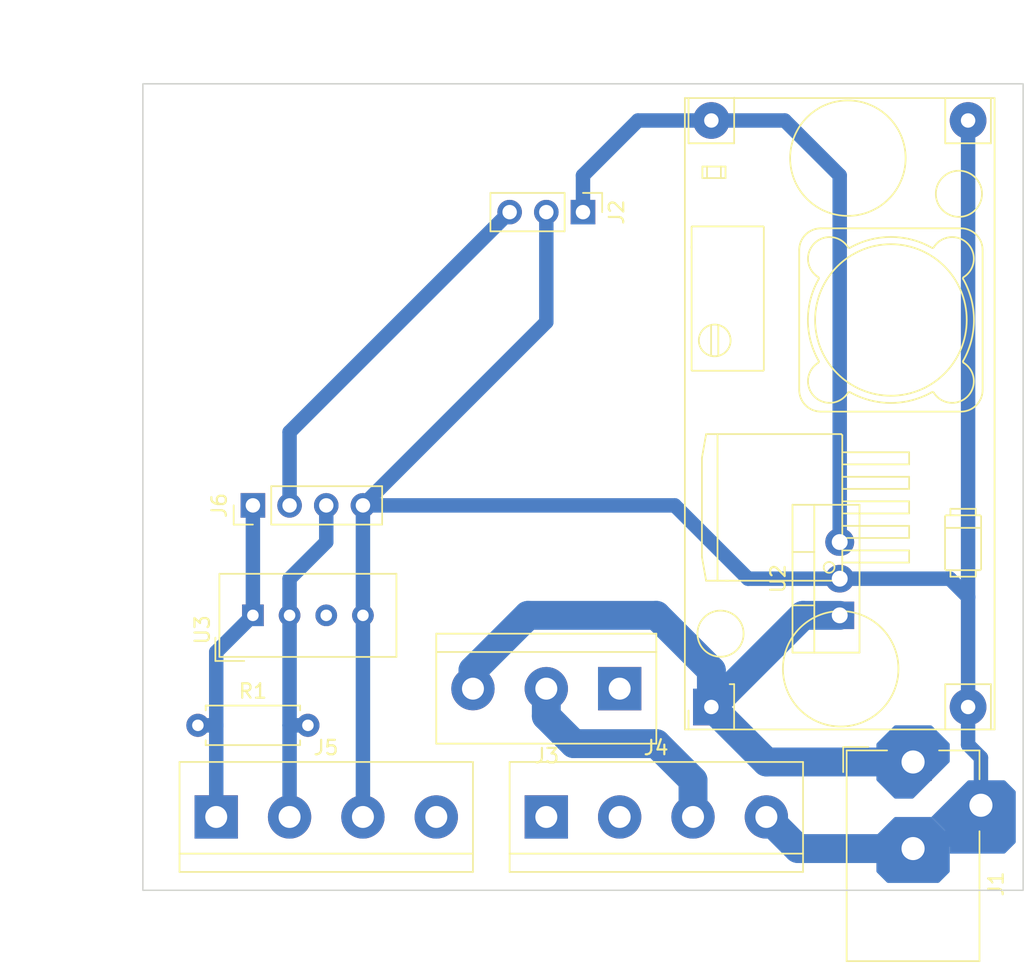
<source format=kicad_pcb>
(kicad_pcb (version 20211014) (generator pcbnew)
  (layers (0 "F.Cu" signal) (31 "B.Cu" signal) (34 "B.Paste" user) (35 "F.Paste" user) (36 "B.SilkS" user "B.Silkscreen") (37 "F.SilkS" user "F.Silkscreen") (38 "B.Mask" user) (39 "F.Mask" user) (44 "Edge.Cuts" user))
  (net 0 "")
  (net 2 "+12V")
  (net 3 "GND")
  (net 4 "+5V")
  (net 5 "/REL3")
  (net 6 "/NC")
  (net 7 "/COM")
  (net 8 "/REL1")
  (net 9 "/REL2")
  (net 10 "+3.3V")
  (net 11 "/SEN")
  (footprint "TerminalBlock:TerminalBlock_bornier-4_P5.08mm" (layer "F.Cu") (at 157.48 100.33)
    (fp_text reference "J4" (at 7.6 -4.8) (layer "F.SilkS"))
    (fp_text value "ACTIVADOR")
    (fp_line (start 17.78 2.54) (end -2.54 2.54) (layer "F.SilkS") (width 0.12))
    (fp_line (start -2.54 -3.81) (end 17.78 -3.81) (layer "F.SilkS") (width 0.12))
    (fp_line (start -2.54 -3.81) (end -2.54 3.81) (layer "F.SilkS") (width 0.12))
    (fp_line (start 17.78 3.81) (end 17.78 -3.81) (layer "F.SilkS") (width 0.12))
    (fp_line (start -2.54 3.81) (end 17.78 3.81) (layer "F.SilkS") (width 0.12))
    (pad "1" thru_hole rect (at 0 0) (size 3 3) (drill 1.52) (layers *.Cu *.Mask) (net 8 "/REL1"))
    (pad "2" thru_hole circle (at 5.08 0) (size 3 3) (drill 1.52) (layers *.Cu *.Mask) (net 9 "/REL2"))
    (pad "3" thru_hole circle (at 10.16 0) (size 3 3) (drill 1.52) (layers *.Cu *.Mask) (net 7 "/COM"))
    (pad "4" thru_hole circle (at 15.24 0) (size 3 3) (drill 1.52) (layers *.Cu *.Mask) (net 3 "GND"))
  )
  (footprint "Connector_PinHeader_2.54mm:PinHeader_1x04_P2.54mm_Vertical" (layer "F.Cu") (at 137.16 78.74 90)
    (fp_text reference "J6" (at 0 -2.33 90) (layer "F.SilkS"))
    (fp_text value "ESP")
    (fp_line (start -1.33 1.27) (end 1.33 1.27) (layer "F.SilkS") (width 0.12))
    (fp_line (start 1.33 1.27) (end 1.33 8.95) (layer "F.SilkS") (width 0.12))
    (fp_line (start -1.33 -1.33) (end 0 -1.33) (layer "F.SilkS") (width 0.12))
    (fp_line (start -1.33 1.27) (end -1.33 8.95) (layer "F.SilkS") (width 0.12))
    (fp_line (start -1.33 8.95) (end 1.33 8.95) (layer "F.SilkS") (width 0.12))
    (fp_line (start -1.33 0) (end -1.33 -1.33) (layer "F.SilkS") (width 0.12))
    (pad "1" thru_hole rect (at 0 0 90) (size 1.7 1.7) (drill 1) (layers *.Cu *.Mask) (net 10 "+3.3V"))
    (pad "2" thru_hole oval (at 0 2.54 90) (size 1.7 1.7) (drill 1) (layers *.Cu *.Mask) (net 5 "/REL3"))
    (pad "3" thru_hole oval (at 0 5.08 90) (size 1.7 1.7) (drill 1) (layers *.Cu *.Mask) (net 11 "/SEN"))
    (pad "4" thru_hole oval (at 0 7.62 90) (size 1.7 1.7) (drill 1) (layers *.Cu *.Mask) (net 3 "GND"))
  )
  (footprint "TerminalBlock:TerminalBlock_bornier-3_P5.08mm" (layer "F.Cu") (at 162.56 91.44 180)
    (fp_text reference "J3" (at 5.05 -4.65) (layer "F.SilkS"))
    (fp_text value "REL_OUT")
    (fp_line (start 12.7 3.81) (end 12.7 -3.81) (layer "F.SilkS") (width 0.12))
    (fp_line (start -2.54 -3.81) (end 12.7 -3.81) (layer "F.SilkS") (width 0.12))
    (fp_line (start -2.54 3.81) (end 12.7 3.81) (layer "F.SilkS") (width 0.12))
    (fp_line (start -2.54 2.54) (end 12.7 2.54) (layer "F.SilkS") (width 0.12))
    (fp_line (start -2.54 3.81) (end -2.54 -3.81) (layer "F.SilkS") (width 0.12))
    (pad "1" thru_hole rect (at 0 0 180) (size 3 3) (drill 1.52) (layers *.Cu *.Mask) (net 6 "/NC"))
    (pad "2" thru_hole circle (at 5.08 0 180) (size 3 3) (drill 1.52) (layers *.Cu *.Mask) (net 7 "/COM"))
    (pad "3" thru_hole circle (at 10.16 0 180) (size 3 3) (drill 1.52) (layers *.Cu *.Mask) (net 2 "+12V"))
  )
  (footprint "Sensor:Aosong_DHT11_5.5x12.0_P2.54mm" (layer "F.Cu") (at 137.16 86.36 90)
    (fp_text reference "U3" (at -1 -3.5 90) (layer "F.SilkS"))
    (fp_text value "DHT11")
    (fp_line (start -2.88 9.94) (end -2.88 -2.31) (layer "F.SilkS") (width 0.12))
    (fp_line (start -3.16 -2.6) (end -3.16 -0.6) (layer "F.SilkS") (width 0.12))
    (fp_line (start 2.88 9.94) (end -2.88 9.94) (layer "F.SilkS") (width 0.12))
    (fp_line (start 2.88 -2.32) (end 2.88 9.94) (layer "F.SilkS") (width 0.12))
    (fp_line (start -3.16 -2.6) (end -1.55 -2.6) (layer "F.SilkS") (width 0.12))
    (fp_line (start -2.87 -2.32) (end 2.87 -2.32) (layer "F.SilkS") (width 0.12))
    (pad "1" thru_hole rect (at 0 0 90) (size 1.5 1.5) (drill 0.8) (layers *.Cu *.Mask) (net 10 "+3.3V"))
    (pad "2" thru_hole circle (at 0 2.54 90) (size 1.5 1.5) (drill 0.8) (layers *.Cu *.Mask) (net 11 "/SEN"))
    (pad "3" thru_hole circle (at 0 5.08 90) (size 1.5 1.5) (drill 0.8) (layers *.Cu *.Mask))
    (pad "4" thru_hole circle (at 0 7.62 90) (size 1.5 1.5) (drill 0.8) (layers *.Cu *.Mask) (net 3 "GND"))
  )
  (footprint "Resistor_THT:R_Axial_DIN0207_L6.3mm_D2.5mm_P7.62mm_Horizontal" (layer "F.Cu") (at 133.35 93.98)
    (fp_text reference "R1" (at 3.81 -2.37) (layer "F.SilkS"))
    (fp_text value "4.7K")
    (fp_line (start 7.08 1.37) (end 7.08 1.04) (layer "F.SilkS") (width 0.12))
    (fp_line (start 0.54 1.37) (end 7.08 1.37) (layer "F.SilkS") (width 0.12))
    (fp_line (start 0.54 -1.37) (end 7.08 -1.37) (layer "F.SilkS") (width 0.12))
    (fp_line (start 0.54 -1.04) (end 0.54 -1.37) (layer "F.SilkS") (width 0.12))
    (fp_line (start 7.08 -1.37) (end 7.08 -1.04) (layer "F.SilkS") (width 0.12))
    (fp_line (start 0.54 1.04) (end 0.54 1.37) (layer "F.SilkS") (width 0.12))
    (pad "1" thru_hole circle (at 0 0) (size 1.6 1.6) (drill 0.8) (layers *.Cu *.Mask) (net 10 "+3.3V"))
    (pad "2" thru_hole oval (at 7.62 0) (size 1.6 1.6) (drill 0.8) (layers *.Cu *.Mask) (net 11 "/SEN"))
  )
  (footprint "Connector_BarrelJack:BarrelJack_CUI_PJ-102AH_Horizontal" (layer "F.Cu") (at 182.88 96.52)
    (fp_text reference "J1" (at 5.75 8.45 90) (layer "F.SilkS"))
    (fp_text value "Barrel_Jack_Switch")
    (fp_line (start 4.6 4.8) (end 4.6 13.8) (layer "F.SilkS") (width 0.12))
    (fp_line (start -4.84 0.7) (end -4.84 -1.04) (layer "F.SilkS") (width 0.12))
    (fp_line (start -4.84 -1.04) (end -3.1 -1.04) (layer "F.SilkS") (width 0.12))
    (fp_line (start -4.6 13.8) (end -4.6 -0.8) (layer "F.SilkS") (width 0.12))
    (fp_line (start 4.6 -0.8) (end 4.6 1.2) (layer "F.SilkS") (width 0.12))
    (fp_line (start 4.6 13.8) (end -4.6 13.8) (layer "F.SilkS") (width 0.12))
    (fp_line (start -4.6 -0.8) (end -1.8 -0.8) (layer "F.SilkS") (width 0.12))
    (fp_line (start 1.8 -0.8) (end 4.6 -0.8) (layer "F.SilkS") (width 0.12))
    (pad "1" thru_hole rect (at 0 0) (size 2.6 2.6) (drill 1.6) (layers *.Cu *.Mask) (net 2 "+12V"))
    (pad "2" thru_hole circle (at 0 6) (size 2.6 2.6) (drill 1.6) (layers *.Cu *.Mask) (net 3 "GND"))
    (pad "3" thru_hole circle (at 4.7 3) (size 2.6 2.6) (drill 1.6) (layers *.Cu *.Mask) (net 3 "GND"))
  )
  (footprint "TerminalBlock:TerminalBlock_bornier-4_P5.08mm" (layer "F.Cu") (at 134.62 100.33)
    (fp_text reference "J5" (at 7.6 -4.8) (layer "F.SilkS"))
    (fp_text value "SENSOR")
    (fp_line (start -2.54 3.81) (end 17.78 3.81) (layer "F.SilkS") (width 0.12))
    (fp_line (start 17.78 3.81) (end 17.78 -3.81) (layer "F.SilkS") (width 0.12))
    (fp_line (start -2.54 -3.81) (end 17.78 -3.81) (layer "F.SilkS") (width 0.12))
    (fp_line (start -2.54 -3.81) (end -2.54 3.81) (layer "F.SilkS") (width 0.12))
    (fp_line (start 17.78 2.54) (end -2.54 2.54) (layer "F.SilkS") (width 0.12))
    (pad "1" thru_hole rect (at 0 0) (size 3 3) (drill 1.52) (layers *.Cu *.Mask) (net 10 "+3.3V"))
    (pad "2" thru_hole circle (at 5.08 0) (size 3 3) (drill 1.52) (layers *.Cu *.Mask) (net 11 "/SEN"))
    (pad "3" thru_hole circle (at 10.16 0) (size 3 3) (drill 1.52) (layers *.Cu *.Mask) (net 3 "GND"))
    (pad "4" thru_hole circle (at 15.24 0) (size 3 3) (drill 1.52) (layers *.Cu *.Mask))
  )
  (footprint "Connector_PinHeader_2.54mm:PinHeader_1x03_P2.54mm_Vertical" (layer "F.Cu") (at 160.02 58.42 -90)
    (fp_text reference "J2" (at 0 -2.33 90) (layer "F.SilkS"))
    (fp_text value "REL_IN")
    (fp_line (start -1.33 1.27) (end -1.33 6.41) (layer "F.SilkS") (width 0.12))
    (fp_line (start -1.33 -1.33) (end 0 -1.33) (layer "F.SilkS") (width 0.12))
    (fp_line (start -1.33 0) (end -1.33 -1.33) (layer "F.SilkS") (width 0.12))
    (fp_line (start -1.33 1.27) (end 1.33 1.27) (layer "F.SilkS") (width 0.12))
    (fp_line (start 1.33 1.27) (end 1.33 6.41) (layer "F.SilkS") (width 0.12))
    (fp_line (start -1.33 6.41) (end 1.33 6.41) (layer "F.SilkS") (width 0.12))
    (pad "1" thru_hole rect (at 0 0 270) (size 1.7 1.7) (drill 1) (layers *.Cu *.Mask) (net 4 "+5V"))
    (pad "2" thru_hole oval (at 0 2.54 270) (size 1.7 1.7) (drill 1) (layers *.Cu *.Mask) (net 3 "GND"))
    (pad "3" thru_hole oval (at 0 5.08 270) (size 1.7 1.7) (drill 1) (layers *.Cu *.Mask) (net 5 "/REL3"))
  )
  (footprint "LM2596:YAAJ_DCDC_StepDown_LM2596" (layer "F.Cu") (at 168.91 92.71 90)
    (fp_text reference "U1" hide)
    (fp_text value "YAAJ_DCDC_StepDown_LM2596" hide)
    (fp_line (start 33.249783 3.632294) (end 23.349783 3.632294) (layer "F.SilkS") (width 0.12))
    (fp_line (start 16.810233 13.69667) (end 17.650233 13.69667) (layer "F.SilkS") (width 0.12))
    (fp_line (start 31.942312 -1.368705) (end 31.908357 -1.368705) (layer "F.SilkS") (width 0.12))
    (fp_line (start 31.667397 6.085796) (end 21.967397 6.085796) (layer "F.SilkS") (width 0.12))
    (fp_line (start 13.410233 13.69667) (end 13.410233 9.06667) (layer "F.SilkS") (width 0.12))
    (fp_line (start 8.827797 9.06667) (end 18.83267 9.06667) (layer "F.SilkS") (width 0.12))
    (fp_line (start 8.750233 8.989106) (end 8.750233 -0.36239) (layer "F.SilkS") (width 0.12))
    (fp_line (start 39.06 -1.58) (end 42.175 -1.58) (layer "F.SilkS") (width 0.12))
    (fp_line (start 8.749233 1.004149) (end 8.749233 1.165687) (layer "F.SilkS") (width 0.12))
    (fp_line (start 15.950233 13.69667) (end 15.950233 9.06667) (layer "F.SilkS") (width 0.12))
    (fp_line (start -1.55 1.575) (end 1.58 1.58) (layer "F.SilkS") (width 0.12))
    (fp_line (start 20.467397 7.585796) (end 20.467397 17.285796) (layer "F.SilkS") (width 0.12))
    (fp_line (start 33.299783 -1.317705) (end 33.299783 3.582294) (layer "F.SilkS") (width 0.12))
    (fp_line (start 18.910233 8.989106) (end 18.910233 -0.36239) (layer "F.SilkS") (width 0.12))
    (fp_line (start 10.010233 13.69667) (end 10.010233 9.06667) (layer "F.SilkS") (width 0.12))
    (fp_line (start 17.650233 13.69667) (end 17.650233 9.06667) (layer "F.SilkS") (width 0.12))
    (fp_line (start 15.110233 13.69667) (end 15.110233 9.06667) (layer "F.SilkS") (width 0.12))
    (fp_line (start 37.448681 -0.619704) (end 37.448681 0.980295) (layer "F.SilkS") (width 0.12))
    (fp_line (start 33.167397 17.285796) (end 33.167397 7.585796) (layer "F.SilkS") (width 0.12))
    (fp_line (start 21.967397 18.785796) (end 31.667397 18.785796) (layer "F.SilkS") (width 0.12))
    (fp_line (start 23.349783 -1.367705) (end 33.249783 -1.367705) (layer "F.SilkS") (width 0.12))
    (fp_line (start 24.348594 0.007294) (end 24.360553 -0.017705) (layer "F.SilkS") (width 0.12))
    (fp_line (start 26.439014 -0.017705) (end 24.360553 -0.017705) (layer "F.SilkS") (width 0.12))
    (fp_line (start -1.555 19.615) (end 42.195 19.615) (layer "F.SilkS") (width 0.12))
    (fp_line (start 8.750233 8.989106) (end 8.827797 9.06667) (layer "F.SilkS") (width 0.12))
    (fp_line (start 37.448681 0.660295) (end 36.648681 0.660295) (layer "F.SilkS") (width 0.12))
    (fp_line (start 18.83267 9.06667) (end 18.910233 8.989106) (layer "F.SilkS") (width 0.12))
    (fp_line (start 36.648681 0.980295) (end 36.648681 -0.619704) (layer "F.SilkS") (width 0.12))
    (fp_line (start 13.410233 13.69667) (end 14.250233 13.69667) (layer "F.SilkS") (width 0.12))
    (fp_line (start 11.710233 13.69667) (end 12.550233 13.69667) (layer "F.SilkS") (width 0.12))
    (fp_line (start 37.448681 -0.619704) (end 36.648681 -0.619704) (layer "F.SilkS") (width 0.12))
    (fp_line (start 12.411358 16.283217) (end 12.411358 18.583217) (layer "F.SilkS") (width 0.12))
    (fp_line (start 24.348594 0.007294) (end 24.324147 0.002062) (layer "F.SilkS") (width 0.12))
    (fp_line (start -1.555 -1.835) (end -1.555 19.615) (layer "F.SilkS") (width 0.12))
    (fp_line (start 16.810233 13.69667) (end 16.810233 9.06667) (layer "F.SilkS") (width 0.12))
    (fp_line (start 11.710233 13.69667) (end 11.710233 9.06667) (layer "F.SilkS") (width 0.12))
    (fp_line (start 24.360553 0.482294) (end 26.439014 0.482294) (layer "F.SilkS") (width 0.12))
    (fp_line (start 9.481636 18.583217) (end 9.481636 16.283217) (layer "F.SilkS") (width 0.12))
    (fp_line (start 39.06 16.2) (end 42.175 16.2) (layer "F.SilkS") (width 0.12))
    (fp_line (start 10.010233 13.69667) (end 10.850233 13.69667) (layer "F.SilkS") (width 0.12))
    (fp_line (start -1.55 -1.58) (end -0.25 -1.58) (layer "F.SilkS") (width 0.12))
    (fp_line (start 24.348594 0.007294) (end 24.355764 -0.023925) (layer "F.SilkS") (width 0.12))
    (fp_line (start 13.181636 18.683217) (end 9.581636 18.683217) (layer "F.SilkS") (width 0.12))
    (fp_line (start 37.448681 0.980295) (end 36.648681 0.980295) (layer "F.SilkS") (width 0.12))
    (fp_line (start 9.031636 18.308217) (end 9.031636 16.558217) (layer "F.SilkS") (width 0.12))
    (fp_line (start 13.731636 18.308217) (end 13.281636 18.308217) (layer "F.SilkS") (width 0.12))
    (fp_line (start 39.06 19.36) (end 39.06 16.2) (layer "F.SilkS") (width 0.12))
    (fp_line (start 9.031636 16.558217) (end 9.481636 16.558217) (layer "F.SilkS") (width 0.12))
    (fp_line (start 42.195 -1.835) (end -1.555 -1.835) (layer "F.SilkS") (width 0.12))
    (fp_line (start 9.581636 16.183217) (end 13.181636 16.183217) (layer "F.SilkS") (width 0.12))
    (fp_line (start -1.55 16.2) (end 1.58 16.2) (layer "F.SilkS") (width 0.12))
    (fp_line (start 23.299783 3.582294) (end 23.299783 -1.317705) (layer "F.SilkS") (width 0.12))
    (fp_line (start 1.58 1.27) (end 1.58 1.58) (layer "F.SilkS") (width 0.12))
    (fp_line (start 31.858978 -1.368705) (end 31.814106 -1.368705) (layer "F.SilkS") (width 0.12))
    (fp_line (start 17.260233 -0.653329) (end 18.910233 -0.36239) (layer "F.SilkS") (width 0.12))
    (fp_line (start 14.250233 13.69667) (end 14.250233 9.06667) (layer "F.SilkS") (width 0.12))
    (fp_line (start 1.58 16.2) (end 1.58 19.36) (layer "F.SilkS") (width 0.12))
    (fp_line (start 13.282636 16.794696) (end 13.282636 16.700144) (layer "F.SilkS") (width 0.12))
    (fp_line (start 39.06 1.58) (end 42.22 1.58) (layer "F.SilkS") (width 0.12))
    (fp_line (start 12.550233 13.69667) (end 12.550233 9.06667) (layer "F.SilkS") (width 0.12))
    (fp_line (start 13.731636 16.558217) (end 13.731636 18.308217) (layer "F.SilkS") (width 0.12))
    (fp_line (start 15.110233 13.69667) (end 15.950233 13.69667) (layer "F.SilkS") (width 0.12))
    (fp_line (start 18.910233 0.42667) (end 8.750233 0.42667) (layer "F.SilkS") (width 0.12))
    (fp_line (start 8.750233 -0.36239) (end 10.400233 -0.653329) (layer "F.SilkS") (width 0.12))
    (fp_line (start 24.336385 -0.0491) (end 24.360553 -0.017705) (layer "F.SilkS") (width 0.12))
    (fp_line (start 9.481636 18.308217) (end 9.031636 18.308217) (layer "F.SilkS") (width 0.12))
    (fp_line (start 10.400233 -0.653329) (end 17.260233 -0.653329) (layer "F.SilkS") (width 0.12))
    (fp_line (start 10.850233 13.69667) (end 10.850233 9.06667) (layer "F.SilkS") (width 0.12))
    (fp_line (start 13.281636 16.558217) (end 13.731636 16.558217) (layer "F.SilkS") (width 0.12))
    (fp_line (start -1.55 19.36) (end 1.58 19.36) (layer "F.SilkS") (width 0.12))
    (fp_line (start 42.195 19.615) (end 42.195 -1.835) (layer "F.SilkS") (width 0.12))
    (fp_line (start 36.648681 -0.299704) (end 37.448681 -0.299704) (layer "F.SilkS") (width 0.12))
    (fp_line (start 13.281636 16.283217) (end 13.281636 18.583217) (layer "F.SilkS") (width 0.12))
    (fp_line (start 39.06 1.58) (end 39.06 -1.58) (layer "F.SilkS") (width 0.12))
    (fp_line (start 39.06 19.36) (end 42.175 19.36) (layer "F.SilkS") (width 0.12))
    (fp_arc (start 13.281636 18.583217) (mid 13.252343 18.653929) (end 13.181636 18.683217) (layer "F.SilkS") (width 0.12))
    (fp_arc (start 33.167397 17.285796) (mid 32.728058 18.346458) (end 31.667397 18.785796) (layer "F.SilkS") (width 0.12))
    (fp_arc (start 21.781132 9.466011) (mid 21.514101 7.132501) (end 23.847611 7.399531) (layer "F.SilkS") (width 0.12))
    (fp_arc (start 23.349783 3.632294) (mid 23.314441 3.617643) (end 23.299783 3.582294) (layer "F.SilkS") (width 0.12))
    (fp_arc (start 21.815217 15.271409) (mid 21.825126 15.345337) (end 21.781132 15.405582) (layer "F.SilkS") (width 0.12))
    (fp_arc (start 31.819577 9.600184) (mid 31.809674 9.526259) (end 31.853662 9.466011) (layer "F.SilkS") (width 0.12))
    (fp_arc (start 29.653011 17.437976) (mid 29.726938 17.428069) (end 29.787183 17.472062) (layer "F.SilkS") (width 0.12))
    (fp_arc (start 29.653011 17.437976) (mid 26.817397 18.185797) (end 23.981783 17.437976) (layer "F.SilkS") (width 0.12))
    (fp_arc (start 9.581636 18.683217) (mid 9.510896 18.653941) (end 9.481636 18.583217) (layer "F.SilkS") (width 0.12))
    (fp_arc (start 33.249783 -1.367705) (mid 33.285151 -1.353067) (end 33.299783 -1.317705) (layer "F.SilkS") (width 0.12))
    (fp_arc (start 21.781131 9.46601) (mid 21.825155 9.526249) (end 21.815218 9.600183) (layer "F.SilkS") (width 0.12))
    (fp_arc (start 23.981783 7.433617) (mid 23.907859 7.44352) (end 23.847611 7.399531) (layer "F.SilkS") (width 0.12))
    (fp_arc (start 23.847611 17.472062) (mid 21.514153 17.739048) (end 21.781132 15.405582) (layer "F.SilkS") (width 0.12))
    (fp_arc (start 29.787183 7.399531) (mid 29.726945 7.443551) (end 29.653011 7.433617) (layer "F.SilkS") (width 0.12))
    (fp_arc (start 9.481636 16.283217) (mid 9.510921 16.212508) (end 9.581636 16.183217) (layer "F.SilkS") (width 0.12))
    (fp_arc (start 31.853663 15.405583) (mid 31.809646 15.345344) (end 31.819576 15.27141) (layer "F.SilkS") (width 0.12))
    (fp_arc (start 23.847611 17.472062) (mid 23.90785 17.428041) (end 23.981783 17.437976) (layer "F.SilkS") (width 0.12))
    (fp_arc (start 13.181636 16.183217) (mid 13.252317 16.21252) (end 13.281636 16.283217) (layer "F.SilkS") (width 0.12))
    (fp_arc (start 31.819576 9.600183) (mid 32.567399 12.435797) (end 31.819576 15.27141) (layer "F.SilkS") (width 0.12))
    (fp_arc (start 31.667397 6.085796) (mid 32.728061 6.525135) (end 33.167397 7.585796) (layer "F.SilkS") (width 0.12))
    (fp_arc (start 29.787183 7.399531) (mid 32.120655 7.132547) (end 31.853662 9.466011) (layer "F.SilkS") (width 0.12))
    (fp_arc (start 33.299783 3.582294) (mid 33.285139 3.617647) (end 33.249783 3.632294) (layer "F.SilkS") (width 0.12))
    (fp_arc (start 20.467397 7.585796) (mid 20.906738 6.525137) (end 21.967397 6.085796) (layer "F.SilkS") (width 0.12))
    (fp_arc (start 23.981784 7.433617) (mid 26.817398 6.685796) (end 29.653011 7.433617) (layer "F.SilkS") (width 0.12))
    (fp_arc (start 31.853662 15.405582) (mid 32.120701 17.739101) (end 29.787183 17.472062) (layer "F.SilkS") (width 0.12))
    (fp_arc (start 23.299783 -1.317705) (mid 23.314428 -1.353063) (end 23.349783 -1.367705) (layer "F.SilkS") (width 0.12))
    (fp_arc (start 24.324148 0.462527) (mid 26.469639 -0.023582) (end 24.336385 0.51369) (layer "F.SilkS") (width 0.12))
    (fp_arc (start 21.967397 18.785796) (mid 20.90674 18.346455) (end 20.467397 17.285796) (layer "F.SilkS") (width 0.12))
    (fp_arc (start 21.815218 15.27141) (mid 21.067399 12.435797) (end 21.815218 9.600183) (layer "F.SilkS") (width 0.12))
    (fp_circle (center 2.646666 8.957418) (end 6.646666 8.957418) (layer "F.SilkS") (width 0.12) (fill none))
    (fp_circle (center 26.817397 12.435796) (end 32.067397 12.435796) (layer "F.SilkS") (width 0.12) (fill none))
    (fp_circle (center 38.029307 9.455206) (end 42.029307 9.455206) (layer "F.SilkS") (width 0.12) (fill none))
    (fp_circle (center 5.08 0.635) (end 6.678999 0.635) (layer "F.SilkS") (width 0.12) (fill none))
    (fp_circle (center 35.56 17.145) (end 37.159 17.145) (layer "F.SilkS") (width 0.12) (fill none))
    (fp_circle (center 9.673179 8.154594) (end 10.048179 8.154594) (layer "F.SilkS") (width 0.12) (fill none))
    (pad "1" thru_hole rect locked (at 0 0 90) (size 2.54 2.54) (drill 1) (layers *.Cu *.Mask) (net 2 "+12V"))
    (pad "2" thru_hole circle locked (at 0 17.78 90) (size 2.54 2.54) (drill 1) (layers *.Cu *.Mask) (net 3 "GND"))
    (pad "3" thru_hole circle locked (at 40.64 17.78 90) (size 2.54 2.54) (drill 1) (layers *.Cu *.Mask) (net 3 "GND"))
    (pad "4" thru_hole circle locked (at 40.64 0 90) (size 2.54 2.54) (drill 1) (layers *.Cu *.Mask) (net 4 "+5V"))
  )
  (footprint "Package_TO_SOT_THT:TO-220-3_Vertical" (layer "F.Cu") (at 177.8 86.36 90)
    (fp_text reference "U2" (at 2.54 -4.27 90) (layer "F.SilkS"))
    (fp_text value "LM7805_TO220")
    (fp_line (start -2.58 -1.76) (end 7.66 -1.76) (layer "F.SilkS") (width 0.12))
    (fp_line (start -2.58 1.371) (end 7.66 1.371) (layer "F.SilkS") (width 0.12))
    (fp_line (start -2.58 -3.27) (end -2.58 1.371) (layer "F.SilkS") (width 0.12))
    (fp_line (start 7.66 -3.27) (end 7.66 1.371) (layer "F.SilkS") (width 0.12))
    (fp_line (start 4.391 -3.27) (end 4.391 -1.76) (layer "F.SilkS") (width 0.12))
    (fp_line (start -2.58 -3.27) (end 7.66 -3.27) (layer "F.SilkS") (width 0.12))
    (fp_line (start 0.69 -3.27) (end 0.69 -1.76) (layer "F.SilkS") (width 0.12))
    (pad "1" thru_hole rect (at 0 0 90) (size 1.905 2) (drill 1.1) (layers *.Cu *.Mask) (net 2 "+12V"))
    (pad "2" thru_hole oval (at 2.54 0 90) (size 1.905 2) (drill 1.1) (layers *.Cu *.Mask) (net 3 "GND"))
    (pad "3" thru_hole oval (at 5.08 0 90) (size 1.905 2) (drill 1.1) (layers *.Cu *.Mask) (net 4 "+5V"))
  )
  (gr_rect (start 190.5 105.41) (end 129.54 49.53) (layer "Edge.Cuts") (width 0.1) (fill none))
  (segment (start 168.91 90.17) (end 165.1 86.36) (width 2) (layer "B.Cu") (net 2))
  (segment (start 156.21 86.36) (end 152.4 90.17) (width 2) (layer "B.Cu") (net 2))
  (segment (start 177.8 86.36) (end 175.26 86.36) (width 2) (layer "B.Cu") (net 2))
  (segment (start 175.26 86.36) (end 168.91 92.71) (width 2) (layer "B.Cu") (net 2))
  (segment (start 168.91 92.71) (end 168.91 90.17) (width 2) (layer "B.Cu") (net 2))
  (segment (start 165.1 86.36) (end 156.21 86.36) (width 2) (layer "B.Cu") (net 2))
  (segment (start 152.4 90.17) (end 152.4 91.44) (width 2) (layer "B.Cu") (net 2))
  (segment (start 182.88 96.52) (end 172.72 96.52) (width 2) (layer "B.Cu") (net 2))
  (segment (start 172.72 96.52) (end 168.91 92.71) (width 2) (layer "B.Cu") (net 2))
  (segment (start 157.48 66.04) (end 157.48 58.42) (width 1) (layer "B.Cu") (net 3))
  (segment (start 182.88 102.52) (end 184.58 102.52) (width 1) (layer "B.Cu") (net 3))
  (segment (start 144.78 78.74) (end 144.78 86.36) (width 1) (layer "B.Cu") (net 3))
  (segment (start 182.88 102.52) (end 174.91 102.52) (width 2) (layer "B.Cu") (net 3))
  (segment (start 186.69 92.71) (end 186.69 85.09) (width 1) (layer "B.Cu") (net 3))
  (segment (start 185.42 83.82) (end 186.69 85.09) (width 1) (layer "B.Cu") (net 3))
  (segment (start 171.45 83.82) (end 177.8 83.82) (width 1) (layer "B.Cu") (net 3))
  (segment (start 144.78 78.74) (end 157.48 66.04) (width 1) (layer "B.Cu") (net 3))
  (segment (start 186.69 85.09) (end 186.69 52.07) (width 1) (layer "B.Cu") (net 3))
  (segment (start 166.37 78.74) (end 171.45 83.82) (width 1) (layer "B.Cu") (net 3))
  (segment (start 184.58 102.52) (end 187.58 99.52) (width 1) (layer "B.Cu") (net 3))
  (segment (start 174.91 102.52) (end 172.72 100.33) (width 2) (layer "B.Cu") (net 3))
  (segment (start 177.8 83.82) (end 185.42 83.82) (width 1) (layer "B.Cu") (net 3))
  (segment (start 187.58 96.22) (end 187.58 99.52) (width 1) (layer "B.Cu") (net 3))
  (segment (start 144.78 78.74) (end 166.37 78.74) (width 1) (layer "B.Cu") (net 3))
  (segment (start 144.78 86.36) (end 144.78 100.33) (width 1) (layer "B.Cu") (net 3))
  (segment (start 186.69 92.71) (end 186.69 95.33) (width 1) (layer "B.Cu") (net 3))
  (segment (start 186.69 95.33) (end 187.58 96.22) (width 1) (layer "B.Cu") (net 3))
  (segment (start 160.02 58.42) (end 160.02 55.88) (width 1) (layer "B.Cu") (net 4))
  (segment (start 160.02 55.88) (end 163.83 52.07) (width 1) (layer "B.Cu") (net 4))
  (segment (start 168.91 52.07) (end 173.99 52.07) (width 1) (layer "B.Cu") (net 4))
  (segment (start 163.83 52.07) (end 168.91 52.07) (width 1) (layer "B.Cu") (net 4))
  (segment (start 177.8 55.88) (end 177.8 81.28) (width 1) (layer "B.Cu") (net 4))
  (segment (start 173.99 52.07) (end 177.8 55.88) (width 1) (layer "B.Cu") (net 4))
  (segment (start 154.94 58.42) (end 139.7 73.66) (width 1) (layer "B.Cu") (net 5))
  (segment (start 139.7 73.66) (end 139.7 78.74) (width 1) (layer "B.Cu") (net 5))
  (segment (start 165.1 95.25) (end 167.64 97.79) (width 2) (layer "B.Cu") (net 7))
  (segment (start 159.385 95.25) (end 165.1 95.25) (width 2) (layer "B.Cu") (net 7))
  (segment (start 157.48 93.345) (end 159.385 95.25) (width 2) (layer "B.Cu") (net 7))
  (segment (start 167.64 97.79) (end 167.64 100.33) (width 2) (layer "B.Cu") (net 7))
  (segment (start 157.48 91.44) (end 157.48 93.345) (width 2) (layer "B.Cu") (net 7))
  (segment (start 134.62 93.98) (end 134.62 88.9) (width 1) (layer "B.Cu") (net 10))
  (segment (start 133.35 93.98) (end 134.62 93.98) (width 1) (layer "B.Cu") (net 10))
  (segment (start 137.16 78.74) (end 137.16 86.36) (width 1) (layer "B.Cu") (net 10))
  (segment (start 134.62 88.9) (end 137.16 86.36) (width 1) (layer "B.Cu") (net 10))
  (segment (start 134.62 100.33) (end 134.62 93.98) (width 1) (layer "B.Cu") (net 10))
  (segment (start 139.7 86.36) (end 139.7 93.98) (width 1) (layer "B.Cu") (net 11))
  (segment (start 139.7 83.82) (end 139.7 86.36) (width 1) (layer "B.Cu") (net 11))
  (segment (start 139.7 93.98) (end 139.7 100.33) (width 1) (layer "B.Cu") (net 11))
  (segment (start 140.97 93.98) (end 139.7 93.98) (width 1) (layer "B.Cu") (net 11))
  (segment (start 142.24 78.74) (end 142.24 81.28) (width 1) (layer "B.Cu") (net 11))
  (segment (start 142.24 81.28) (end 139.7 83.82) (width 1) (layer "B.Cu") (net 11))
  (zone (net 3) (net_name "GND") (layer "B.Cu") (connect_pads yes (clearance 0.508)) (min_thickness 0.254) (fill yes (thermal_gap 0.508) (thermal_bridge_width 0.508))
    (polygon (pts (xy 190.5 99.06) (xy 190.5 101.6) (xy 189.23 102.87) (xy 185.42 102.87) (xy 185.42 101.6) (xy 184.15 100.33) (xy 186.69 97.79) (xy 189.23 97.79)))
  )
  (zone (net 2) (net_name "+12V") (layer "B.Cu") (connect_pads yes (clearance 0.508)) (min_thickness 0.254) (fill yes (thermal_gap 0.508) (thermal_bridge_width 0.508))
    (polygon (pts (xy 185.42 95.25) (xy 185.42 96.52) (xy 182.88 99.06) (xy 181.61 99.06) (xy 180.34 97.79) (xy 180.34 95.25) (xy 181.61 93.98) (xy 184.15 93.98)))
  )
  (zone (net 3) (net_name "GND") (layer "B.Cu") (connect_pads yes (clearance 0.508)) (min_thickness 0.254) (fill yes (thermal_gap 0.508) (thermal_bridge_width 0.508))
    (polygon (pts (xy 185.42 101.6) (xy 185.42 104.14) (xy 184.15 105.41) (xy 181.61 105.41) (xy 180.34 104.14) (xy 180.34 101.6) (xy 181.61 100.33) (xy 184.15 100.33)))
  )
)
</source>
